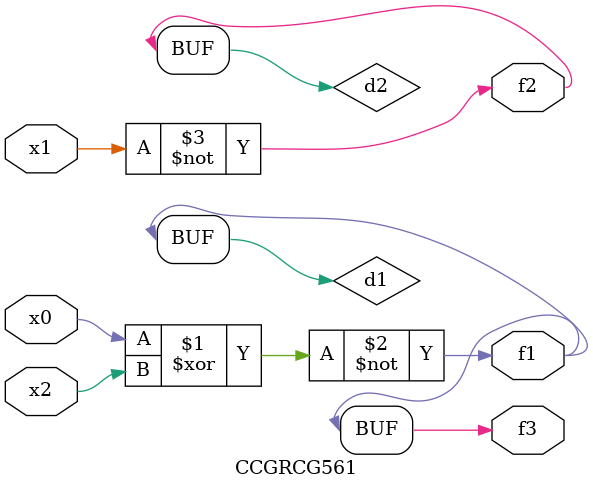
<source format=v>
module CCGRCG561(
	input x0, x1, x2,
	output f1, f2, f3
);

	wire d1, d2, d3;

	xnor (d1, x0, x2);
	nand (d2, x1);
	nor (d3, x1, x2);
	assign f1 = d1;
	assign f2 = d2;
	assign f3 = d1;
endmodule

</source>
